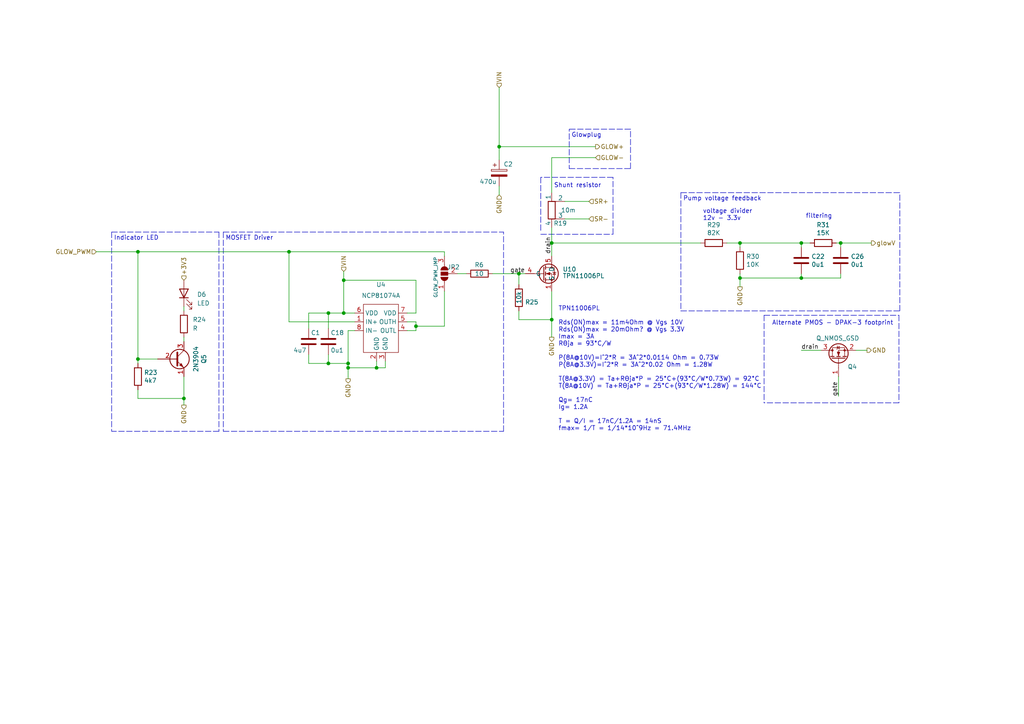
<source format=kicad_sch>
(kicad_sch (version 20211123) (generator eeschema)

  (uuid f73b8dd6-5627-4090-bd50-aaa7c01649ed)

  (paper "A4")

  (title_block
    (title "CDH_ECU")
    (date "2022-03-06")
    (rev "1.2.3")
    (company "Daniel Edwards")
    (comment 1 "Chinese Diesel Heater - modern ECU replacement")
  )

  (lib_symbols
    (symbol "Device:C" (pin_numbers hide) (pin_names (offset 0.254)) (in_bom yes) (on_board yes)
      (property "Reference" "C" (id 0) (at 0.635 2.54 0)
        (effects (font (size 1.27 1.27)) (justify left))
      )
      (property "Value" "C" (id 1) (at 0.635 -2.54 0)
        (effects (font (size 1.27 1.27)) (justify left))
      )
      (property "Footprint" "" (id 2) (at 0.9652 -3.81 0)
        (effects (font (size 1.27 1.27)) hide)
      )
      (property "Datasheet" "~" (id 3) (at 0 0 0)
        (effects (font (size 1.27 1.27)) hide)
      )
      (property "ki_keywords" "cap capacitor" (id 4) (at 0 0 0)
        (effects (font (size 1.27 1.27)) hide)
      )
      (property "ki_description" "Unpolarized capacitor" (id 5) (at 0 0 0)
        (effects (font (size 1.27 1.27)) hide)
      )
      (property "ki_fp_filters" "C_*" (id 6) (at 0 0 0)
        (effects (font (size 1.27 1.27)) hide)
      )
      (symbol "C_0_1"
        (polyline
          (pts
            (xy -2.032 -0.762)
            (xy 2.032 -0.762)
          )
          (stroke (width 0.508) (type default) (color 0 0 0 0))
          (fill (type none))
        )
        (polyline
          (pts
            (xy -2.032 0.762)
            (xy 2.032 0.762)
          )
          (stroke (width 0.508) (type default) (color 0 0 0 0))
          (fill (type none))
        )
      )
      (symbol "C_1_1"
        (pin passive line (at 0 3.81 270) (length 2.794)
          (name "~" (effects (font (size 1.27 1.27))))
          (number "1" (effects (font (size 1.27 1.27))))
        )
        (pin passive line (at 0 -3.81 90) (length 2.794)
          (name "~" (effects (font (size 1.27 1.27))))
          (number "2" (effects (font (size 1.27 1.27))))
        )
      )
    )
    (symbol "Device:C_Polarized" (pin_numbers hide) (pin_names (offset 0.254)) (in_bom yes) (on_board yes)
      (property "Reference" "C" (id 0) (at 0.635 2.54 0)
        (effects (font (size 1.27 1.27)) (justify left))
      )
      (property "Value" "C_Polarized" (id 1) (at 0.635 -2.54 0)
        (effects (font (size 1.27 1.27)) (justify left))
      )
      (property "Footprint" "" (id 2) (at 0.9652 -3.81 0)
        (effects (font (size 1.27 1.27)) hide)
      )
      (property "Datasheet" "~" (id 3) (at 0 0 0)
        (effects (font (size 1.27 1.27)) hide)
      )
      (property "ki_keywords" "cap capacitor" (id 4) (at 0 0 0)
        (effects (font (size 1.27 1.27)) hide)
      )
      (property "ki_description" "Polarized capacitor" (id 5) (at 0 0 0)
        (effects (font (size 1.27 1.27)) hide)
      )
      (property "ki_fp_filters" "CP_*" (id 6) (at 0 0 0)
        (effects (font (size 1.27 1.27)) hide)
      )
      (symbol "C_Polarized_0_1"
        (rectangle (start -2.286 0.508) (end 2.286 1.016)
          (stroke (width 0) (type default) (color 0 0 0 0))
          (fill (type none))
        )
        (polyline
          (pts
            (xy -1.778 2.286)
            (xy -0.762 2.286)
          )
          (stroke (width 0) (type default) (color 0 0 0 0))
          (fill (type none))
        )
        (polyline
          (pts
            (xy -1.27 2.794)
            (xy -1.27 1.778)
          )
          (stroke (width 0) (type default) (color 0 0 0 0))
          (fill (type none))
        )
        (rectangle (start 2.286 -0.508) (end -2.286 -1.016)
          (stroke (width 0) (type default) (color 0 0 0 0))
          (fill (type outline))
        )
      )
      (symbol "C_Polarized_1_1"
        (pin passive line (at 0 3.81 270) (length 2.794)
          (name "~" (effects (font (size 1.27 1.27))))
          (number "1" (effects (font (size 1.27 1.27))))
        )
        (pin passive line (at 0 -3.81 90) (length 2.794)
          (name "~" (effects (font (size 1.27 1.27))))
          (number "2" (effects (font (size 1.27 1.27))))
        )
      )
    )
    (symbol "Device:LED" (pin_numbers hide) (pin_names (offset 1.016) hide) (in_bom yes) (on_board yes)
      (property "Reference" "D" (id 0) (at 0 2.54 0)
        (effects (font (size 1.27 1.27)))
      )
      (property "Value" "LED" (id 1) (at 0 -2.54 0)
        (effects (font (size 1.27 1.27)))
      )
      (property "Footprint" "" (id 2) (at 0 0 0)
        (effects (font (size 1.27 1.27)) hide)
      )
      (property "Datasheet" "~" (id 3) (at 0 0 0)
        (effects (font (size 1.27 1.27)) hide)
      )
      (property "ki_keywords" "LED diode" (id 4) (at 0 0 0)
        (effects (font (size 1.27 1.27)) hide)
      )
      (property "ki_description" "Light emitting diode" (id 5) (at 0 0 0)
        (effects (font (size 1.27 1.27)) hide)
      )
      (property "ki_fp_filters" "LED* LED_SMD:* LED_THT:*" (id 6) (at 0 0 0)
        (effects (font (size 1.27 1.27)) hide)
      )
      (symbol "LED_0_1"
        (polyline
          (pts
            (xy -1.27 -1.27)
            (xy -1.27 1.27)
          )
          (stroke (width 0.254) (type default) (color 0 0 0 0))
          (fill (type none))
        )
        (polyline
          (pts
            (xy -1.27 0)
            (xy 1.27 0)
          )
          (stroke (width 0) (type default) (color 0 0 0 0))
          (fill (type none))
        )
        (polyline
          (pts
            (xy 1.27 -1.27)
            (xy 1.27 1.27)
            (xy -1.27 0)
            (xy 1.27 -1.27)
          )
          (stroke (width 0.254) (type default) (color 0 0 0 0))
          (fill (type none))
        )
        (polyline
          (pts
            (xy -3.048 -0.762)
            (xy -4.572 -2.286)
            (xy -3.81 -2.286)
            (xy -4.572 -2.286)
            (xy -4.572 -1.524)
          )
          (stroke (width 0) (type default) (color 0 0 0 0))
          (fill (type none))
        )
        (polyline
          (pts
            (xy -1.778 -0.762)
            (xy -3.302 -2.286)
            (xy -2.54 -2.286)
            (xy -3.302 -2.286)
            (xy -3.302 -1.524)
          )
          (stroke (width 0) (type default) (color 0 0 0 0))
          (fill (type none))
        )
      )
      (symbol "LED_1_1"
        (pin passive line (at -3.81 0 0) (length 2.54)
          (name "K" (effects (font (size 1.27 1.27))))
          (number "1" (effects (font (size 1.27 1.27))))
        )
        (pin passive line (at 3.81 0 180) (length 2.54)
          (name "A" (effects (font (size 1.27 1.27))))
          (number "2" (effects (font (size 1.27 1.27))))
        )
      )
    )
    (symbol "Device:Q_NMOS_GSD" (pin_names (offset 0) hide) (in_bom yes) (on_board yes)
      (property "Reference" "Q" (id 0) (at 5.08 1.27 0)
        (effects (font (size 1.27 1.27)) (justify left))
      )
      (property "Value" "Q_NMOS_GSD" (id 1) (at 5.08 -1.27 0)
        (effects (font (size 1.27 1.27)) (justify left))
      )
      (property "Footprint" "" (id 2) (at 5.08 2.54 0)
        (effects (font (size 1.27 1.27)) hide)
      )
      (property "Datasheet" "~" (id 3) (at 0 0 0)
        (effects (font (size 1.27 1.27)) hide)
      )
      (property "ki_keywords" "transistor NMOS N-MOS N-MOSFET" (id 4) (at 0 0 0)
        (effects (font (size 1.27 1.27)) hide)
      )
      (property "ki_description" "N-MOSFET transistor, gate/source/drain" (id 5) (at 0 0 0)
        (effects (font (size 1.27 1.27)) hide)
      )
      (symbol "Q_NMOS_GSD_0_1"
        (polyline
          (pts
            (xy 0.254 0)
            (xy -2.54 0)
          )
          (stroke (width 0) (type default) (color 0 0 0 0))
          (fill (type none))
        )
        (polyline
          (pts
            (xy 0.254 1.905)
            (xy 0.254 -1.905)
          )
          (stroke (width 0.254) (type default) (color 0 0 0 0))
          (fill (type none))
        )
        (polyline
          (pts
            (xy 0.762 -1.27)
            (xy 0.762 -2.286)
          )
          (stroke (width 0.254) (type default) (color 0 0 0 0))
          (fill (type none))
        )
        (polyline
          (pts
            (xy 0.762 0.508)
            (xy 0.762 -0.508)
          )
          (stroke (width 0.254) (type default) (color 0 0 0 0))
          (fill (type none))
        )
        (polyline
          (pts
            (xy 0.762 2.286)
            (xy 0.762 1.27)
          )
          (stroke (width 0.254) (type default) (color 0 0 0 0))
          (fill (type none))
        )
        (polyline
          (pts
            (xy 2.54 2.54)
            (xy 2.54 1.778)
          )
          (stroke (width 0) (type default) (color 0 0 0 0))
          (fill (type none))
        )
        (polyline
          (pts
            (xy 2.54 -2.54)
            (xy 2.54 0)
            (xy 0.762 0)
          )
          (stroke (width 0) (type default) (color 0 0 0 0))
          (fill (type none))
        )
        (polyline
          (pts
            (xy 0.762 -1.778)
            (xy 3.302 -1.778)
            (xy 3.302 1.778)
            (xy 0.762 1.778)
          )
          (stroke (width 0) (type default) (color 0 0 0 0))
          (fill (type none))
        )
        (polyline
          (pts
            (xy 1.016 0)
            (xy 2.032 0.381)
            (xy 2.032 -0.381)
            (xy 1.016 0)
          )
          (stroke (width 0) (type default) (color 0 0 0 0))
          (fill (type outline))
        )
        (polyline
          (pts
            (xy 2.794 0.508)
            (xy 2.921 0.381)
            (xy 3.683 0.381)
            (xy 3.81 0.254)
          )
          (stroke (width 0) (type default) (color 0 0 0 0))
          (fill (type none))
        )
        (polyline
          (pts
            (xy 3.302 0.381)
            (xy 2.921 -0.254)
            (xy 3.683 -0.254)
            (xy 3.302 0.381)
          )
          (stroke (width 0) (type default) (color 0 0 0 0))
          (fill (type none))
        )
        (circle (center 1.651 0) (radius 2.794)
          (stroke (width 0.254) (type default) (color 0 0 0 0))
          (fill (type none))
        )
        (circle (center 2.54 -1.778) (radius 0.254)
          (stroke (width 0) (type default) (color 0 0 0 0))
          (fill (type outline))
        )
        (circle (center 2.54 1.778) (radius 0.254)
          (stroke (width 0) (type default) (color 0 0 0 0))
          (fill (type outline))
        )
      )
      (symbol "Q_NMOS_GSD_1_1"
        (pin input line (at -5.08 0 0) (length 2.54)
          (name "G" (effects (font (size 1.27 1.27))))
          (number "1" (effects (font (size 1.27 1.27))))
        )
        (pin passive line (at 2.54 -5.08 90) (length 2.54)
          (name "S" (effects (font (size 1.27 1.27))))
          (number "2" (effects (font (size 1.27 1.27))))
        )
        (pin passive line (at 2.54 5.08 270) (length 2.54)
          (name "D" (effects (font (size 1.27 1.27))))
          (number "3" (effects (font (size 1.27 1.27))))
        )
      )
    )
    (symbol "Device:R" (pin_numbers hide) (pin_names (offset 0)) (in_bom yes) (on_board yes)
      (property "Reference" "R" (id 0) (at 2.032 0 90)
        (effects (font (size 1.27 1.27)))
      )
      (property "Value" "R" (id 1) (at 0 0 90)
        (effects (font (size 1.27 1.27)))
      )
      (property "Footprint" "" (id 2) (at -1.778 0 90)
        (effects (font (size 1.27 1.27)) hide)
      )
      (property "Datasheet" "~" (id 3) (at 0 0 0)
        (effects (font (size 1.27 1.27)) hide)
      )
      (property "ki_keywords" "R res resistor" (id 4) (at 0 0 0)
        (effects (font (size 1.27 1.27)) hide)
      )
      (property "ki_description" "Resistor" (id 5) (at 0 0 0)
        (effects (font (size 1.27 1.27)) hide)
      )
      (property "ki_fp_filters" "R_*" (id 6) (at 0 0 0)
        (effects (font (size 1.27 1.27)) hide)
      )
      (symbol "R_0_1"
        (rectangle (start -1.016 -2.54) (end 1.016 2.54)
          (stroke (width 0.254) (type default) (color 0 0 0 0))
          (fill (type none))
        )
      )
      (symbol "R_1_1"
        (pin passive line (at 0 3.81 270) (length 1.27)
          (name "~" (effects (font (size 1.27 1.27))))
          (number "1" (effects (font (size 1.27 1.27))))
        )
        (pin passive line (at 0 -3.81 90) (length 1.27)
          (name "~" (effects (font (size 1.27 1.27))))
          (number "2" (effects (font (size 1.27 1.27))))
        )
      )
    )
    (symbol "Device:R_Shunt" (pin_numbers hide) (pin_names (offset 0)) (in_bom yes) (on_board yes)
      (property "Reference" "R" (id 0) (at -4.445 0 90)
        (effects (font (size 1.27 1.27)))
      )
      (property "Value" "R_Shunt" (id 1) (at -2.54 0 90)
        (effects (font (size 1.27 1.27)))
      )
      (property "Footprint" "" (id 2) (at -1.778 0 90)
        (effects (font (size 1.27 1.27)) hide)
      )
      (property "Datasheet" "~" (id 3) (at 0 0 0)
        (effects (font (size 1.27 1.27)) hide)
      )
      (property "ki_keywords" "R res shunt resistor" (id 4) (at 0 0 0)
        (effects (font (size 1.27 1.27)) hide)
      )
      (property "ki_description" "Shunt resistor" (id 5) (at 0 0 0)
        (effects (font (size 1.27 1.27)) hide)
      )
      (property "ki_fp_filters" "R_*Shunt*" (id 6) (at 0 0 0)
        (effects (font (size 1.27 1.27)) hide)
      )
      (symbol "R_Shunt_0_1"
        (rectangle (start -1.016 -2.54) (end 1.016 2.54)
          (stroke (width 0.254) (type default) (color 0 0 0 0))
          (fill (type none))
        )
        (polyline
          (pts
            (xy 0 -2.54)
            (xy 1.27 -2.54)
          )
          (stroke (width 0) (type default) (color 0 0 0 0))
          (fill (type none))
        )
        (polyline
          (pts
            (xy 1.27 2.54)
            (xy 0 2.54)
          )
          (stroke (width 0) (type default) (color 0 0 0 0))
          (fill (type none))
        )
      )
      (symbol "R_Shunt_1_1"
        (pin passive line (at 0 5.08 270) (length 2.54)
          (name "1" (effects (font (size 1.27 1.27))))
          (number "1" (effects (font (size 1.27 1.27))))
        )
        (pin passive line (at 3.81 2.54 180) (length 2.54)
          (name "2" (effects (font (size 1.27 1.27))))
          (number "2" (effects (font (size 1.27 1.27))))
        )
        (pin passive line (at 3.81 -2.54 180) (length 2.54)
          (name "3" (effects (font (size 1.27 1.27))))
          (number "3" (effects (font (size 1.27 1.27))))
        )
        (pin passive line (at 0 -5.08 90) (length 2.54)
          (name "4" (effects (font (size 1.27 1.27))))
          (number "4" (effects (font (size 1.27 1.27))))
        )
      )
    )
    (symbol "Driver_FET:NCP81074A" (in_bom yes) (on_board yes)
      (property "Reference" "U" (id 0) (at 0 0 0)
        (effects (font (size 1.27 1.27)))
      )
      (property "Value" "NCP81074A" (id 1) (at 0 -2.54 0)
        (effects (font (size 1.27 1.27)))
      )
      (property "Footprint" "Package_SO:SOIC-8_3.9x4.9mm_P1.27mm" (id 2) (at 0 0 0)
        (effects (font (size 1.27 1.27)) hide)
      )
      (property "Datasheet" "https://www.mouser.fi/datasheet/2/308/1/NCP81074_D-2317499.pdf" (id 3) (at 0 0 0)
        (effects (font (size 1.27 1.27)) hide)
      )
      (symbol "NCP81074A_0_1"
        (rectangle (start -5.08 -3.81) (end 5.08 -17.78)
          (stroke (width 0) (type default) (color 0 0 0 0))
          (fill (type none))
        )
      )
      (symbol "NCP81074A_1_1"
        (pin input line (at -7.62 -8.89 0) (length 2.54)
          (name "IN+" (effects (font (size 1.27 1.27))))
          (number "1" (effects (font (size 1.27 1.27))))
        )
        (pin input line (at -1.27 -20.32 90) (length 2.54)
          (name "GND" (effects (font (size 1.27 1.27))))
          (number "2" (effects (font (size 1.27 1.27))))
        )
        (pin input line (at 1.27 -20.32 90) (length 2.54)
          (name "GND" (effects (font (size 1.27 1.27))))
          (number "3" (effects (font (size 1.27 1.27))))
        )
        (pin input line (at 7.62 -11.43 180) (length 2.54)
          (name "OUTL" (effects (font (size 1.27 1.27))))
          (number "4" (effects (font (size 1.27 1.27))))
        )
        (pin input line (at 7.62 -8.89 180) (length 2.54)
          (name "OUTH" (effects (font (size 1.27 1.27))))
          (number "5" (effects (font (size 1.27 1.27))))
        )
        (pin input line (at -7.62 -6.35 0) (length 2.54)
          (name "VDD" (effects (font (size 1.27 1.27))))
          (number "6" (effects (font (size 1.27 1.27))))
        )
        (pin input line (at 7.62 -6.35 180) (length 2.54)
          (name "VDD" (effects (font (size 1.27 1.27))))
          (number "7" (effects (font (size 1.27 1.27))))
        )
        (pin input line (at -7.62 -11.43 0) (length 2.54)
          (name "IN-" (effects (font (size 1.27 1.27))))
          (number "8" (effects (font (size 1.27 1.27))))
        )
      )
    )
    (symbol "Jumper:SolderJumper_3_Open" (pin_names (offset 0) hide) (in_bom yes) (on_board yes)
      (property "Reference" "JP" (id 0) (at -2.54 -2.54 0)
        (effects (font (size 1.27 1.27)))
      )
      (property "Value" "SolderJumper_3_Open" (id 1) (at 0 2.794 0)
        (effects (font (size 1.27 1.27)))
      )
      (property "Footprint" "" (id 2) (at 0 0 0)
        (effects (font (size 1.27 1.27)) hide)
      )
      (property "Datasheet" "~" (id 3) (at 0 0 0)
        (effects (font (size 1.27 1.27)) hide)
      )
      (property "ki_keywords" "Solder Jumper SPDT" (id 4) (at 0 0 0)
        (effects (font (size 1.27 1.27)) hide)
      )
      (property "ki_description" "Solder Jumper, 3-pole, open" (id 5) (at 0 0 0)
        (effects (font (size 1.27 1.27)) hide)
      )
      (property "ki_fp_filters" "SolderJumper*Open*" (id 6) (at 0 0 0)
        (effects (font (size 1.27 1.27)) hide)
      )
      (symbol "SolderJumper_3_Open_0_1"
        (arc (start -1.016 1.016) (mid -2.032 0) (end -1.016 -1.016)
          (stroke (width 0) (type default) (color 0 0 0 0))
          (fill (type none))
        )
        (arc (start -1.016 1.016) (mid -2.032 0) (end -1.016 -1.016)
          (stroke (width 0) (type default) (color 0 0 0 0))
          (fill (type outline))
        )
        (rectangle (start -0.508 1.016) (end 0.508 -1.016)
          (stroke (width 0) (type default) (color 0 0 0 0))
          (fill (type outline))
        )
        (polyline
          (pts
            (xy -2.54 0)
            (xy -2.032 0)
          )
          (stroke (width 0) (type default) (color 0 0 0 0))
          (fill (type none))
        )
        (polyline
          (pts
            (xy -1.016 1.016)
            (xy -1.016 -1.016)
          )
          (stroke (width 0) (type default) (color 0 0 0 0))
          (fill (type none))
        )
        (polyline
          (pts
            (xy 0 -1.27)
            (xy 0 -1.016)
          )
          (stroke (width 0) (type default) (color 0 0 0 0))
          (fill (type none))
        )
        (polyline
          (pts
            (xy 1.016 1.016)
            (xy 1.016 -1.016)
          )
          (stroke (width 0) (type default) (color 0 0 0 0))
          (fill (type none))
        )
        (polyline
          (pts
            (xy 2.54 0)
            (xy 2.032 0)
          )
          (stroke (width 0) (type default) (color 0 0 0 0))
          (fill (type none))
        )
        (arc (start 1.016 -1.016) (mid 2.032 0) (end 1.016 1.016)
          (stroke (width 0) (type default) (color 0 0 0 0))
          (fill (type none))
        )
        (arc (start 1.016 -1.016) (mid 2.032 0) (end 1.016 1.016)
          (stroke (width 0) (type default) (color 0 0 0 0))
          (fill (type outline))
        )
      )
      (symbol "SolderJumper_3_Open_1_1"
        (pin passive line (at -5.08 0 0) (length 2.54)
          (name "A" (effects (font (size 1.27 1.27))))
          (number "1" (effects (font (size 1.27 1.27))))
        )
        (pin input line (at 0 -3.81 90) (length 2.54)
          (name "C" (effects (font (size 1.27 1.27))))
          (number "2" (effects (font (size 1.27 1.27))))
        )
        (pin passive line (at 5.08 0 180) (length 2.54)
          (name "B" (effects (font (size 1.27 1.27))))
          (number "3" (effects (font (size 1.27 1.27))))
        )
      )
    )
    (symbol "Transistor_BJT:2N3904" (pin_names (offset 0) hide) (in_bom yes) (on_board yes)
      (property "Reference" "Q" (id 0) (at 5.08 1.905 0)
        (effects (font (size 1.27 1.27)) (justify left))
      )
      (property "Value" "2N3904" (id 1) (at 5.08 0 0)
        (effects (font (size 1.27 1.27)) (justify left))
      )
      (property "Footprint" "Package_TO_SOT_THT:TO-92_Inline" (id 2) (at 5.08 -1.905 0)
        (effects (font (size 1.27 1.27) italic) (justify left) hide)
      )
      (property "Datasheet" "https://www.onsemi.com/pub/Collateral/2N3903-D.PDF" (id 3) (at 0 0 0)
        (effects (font (size 1.27 1.27)) (justify left) hide)
      )
      (property "ki_keywords" "NPN Transistor" (id 4) (at 0 0 0)
        (effects (font (size 1.27 1.27)) hide)
      )
      (property "ki_description" "0.2A Ic, 40V Vce, Small Signal NPN Transistor, TO-92" (id 5) (at 0 0 0)
        (effects (font (size 1.27 1.27)) hide)
      )
      (property "ki_fp_filters" "TO?92*" (id 6) (at 0 0 0)
        (effects (font (size 1.27 1.27)) hide)
      )
      (symbol "2N3904_0_1"
        (polyline
          (pts
            (xy 0.635 0.635)
            (xy 2.54 2.54)
          )
          (stroke (width 0) (type default) (color 0 0 0 0))
          (fill (type none))
        )
        (polyline
          (pts
            (xy 0.635 -0.635)
            (xy 2.54 -2.54)
            (xy 2.54 -2.54)
          )
          (stroke (width 0) (type default) (color 0 0 0 0))
          (fill (type none))
        )
        (polyline
          (pts
            (xy 0.635 1.905)
            (xy 0.635 -1.905)
            (xy 0.635 -1.905)
          )
          (stroke (width 0.508) (type default) (color 0 0 0 0))
          (fill (type none))
        )
        (polyline
          (pts
            (xy 1.27 -1.778)
            (xy 1.778 -1.27)
            (xy 2.286 -2.286)
            (xy 1.27 -1.778)
            (xy 1.27 -1.778)
          )
          (stroke (width 0) (type default) (color 0 0 0 0))
          (fill (type outline))
        )
        (circle (center 1.27 0) (radius 2.8194)
          (stroke (width 0.254) (type default) (color 0 0 0 0))
          (fill (type none))
        )
      )
      (symbol "2N3904_1_1"
        (pin passive line (at 2.54 -5.08 90) (length 2.54)
          (name "E" (effects (font (size 1.27 1.27))))
          (number "1" (effects (font (size 1.27 1.27))))
        )
        (pin passive line (at -5.08 0 0) (length 5.715)
          (name "B" (effects (font (size 1.27 1.27))))
          (number "2" (effects (font (size 1.27 1.27))))
        )
        (pin passive line (at 2.54 5.08 270) (length 2.54)
          (name "C" (effects (font (size 1.27 1.27))))
          (number "3" (effects (font (size 1.27 1.27))))
        )
      )
    )
    (symbol "Transistor_FET:TPN11006PL" (in_bom yes) (on_board yes)
      (property "Reference" "U" (id 0) (at 0 0 0)
        (effects (font (size 1.27 1.27)))
      )
      (property "Value" "TPN11006PL" (id 1) (at 0 -2.54 0)
        (effects (font (size 1.27 1.27)))
      )
      (property "Footprint" "Package_SON:VSON-8_3.3x3.3mm_P0.65mm_NexFET" (id 2) (at 0 0 0)
        (effects (font (size 1.27 1.27)) hide)
      )
      (property "Datasheet" "https://www.mouser.fi/datasheet/2/408/TPN11006PL_datasheet_en_20160920-1568578.pdf" (id 3) (at 0 0 0)
        (effects (font (size 1.27 1.27)) hide)
      )
      (symbol "TPN11006PL_0_1"
        (polyline
          (pts
            (xy 0.254 -8.89)
            (xy -2.54 -8.89)
          )
          (stroke (width 0) (type default) (color 0 0 0 0))
          (fill (type none))
        )
        (polyline
          (pts
            (xy 0.254 -6.985)
            (xy 0.254 -10.795)
          )
          (stroke (width 0.254) (type default) (color 0 0 0 0))
          (fill (type none))
        )
        (polyline
          (pts
            (xy 0.762 -10.16)
            (xy 0.762 -11.176)
          )
          (stroke (width 0.254) (type default) (color 0 0 0 0))
          (fill (type none))
        )
        (polyline
          (pts
            (xy 0.762 -8.382)
            (xy 0.762 -9.398)
          )
          (stroke (width 0.254) (type default) (color 0 0 0 0))
          (fill (type none))
        )
        (polyline
          (pts
            (xy 0.762 -6.604)
            (xy 0.762 -7.62)
          )
          (stroke (width 0.254) (type default) (color 0 0 0 0))
          (fill (type none))
        )
        (polyline
          (pts
            (xy 2.54 -6.35)
            (xy 2.54 -7.112)
          )
          (stroke (width 0) (type default) (color 0 0 0 0))
          (fill (type none))
        )
        (polyline
          (pts
            (xy 2.54 -11.43)
            (xy 2.54 -8.89)
            (xy 0.762 -8.89)
          )
          (stroke (width 0) (type default) (color 0 0 0 0))
          (fill (type none))
        )
        (polyline
          (pts
            (xy 0.762 -10.668)
            (xy 3.302 -10.668)
            (xy 3.302 -7.112)
            (xy 0.762 -7.112)
          )
          (stroke (width 0) (type default) (color 0 0 0 0))
          (fill (type none))
        )
        (polyline
          (pts
            (xy 1.016 -8.89)
            (xy 2.032 -8.509)
            (xy 2.032 -9.271)
            (xy 1.016 -8.89)
          )
          (stroke (width 0) (type default) (color 0 0 0 0))
          (fill (type outline))
        )
        (polyline
          (pts
            (xy 2.794 -8.382)
            (xy 2.921 -8.509)
            (xy 3.683 -8.509)
            (xy 3.81 -8.636)
          )
          (stroke (width 0) (type default) (color 0 0 0 0))
          (fill (type none))
        )
        (polyline
          (pts
            (xy 3.302 -8.509)
            (xy 2.921 -9.144)
            (xy 3.683 -9.144)
            (xy 3.302 -8.509)
          )
          (stroke (width 0) (type default) (color 0 0 0 0))
          (fill (type none))
        )
        (circle (center 1.651 -8.89) (radius 2.794)
          (stroke (width 0.254) (type default) (color 0 0 0 0))
          (fill (type none))
        )
        (circle (center 2.54 -10.668) (radius 0.254)
          (stroke (width 0) (type default) (color 0 0 0 0))
          (fill (type outline))
        )
        (circle (center 2.54 -7.112) (radius 0.254)
          (stroke (width 0) (type default) (color 0 0 0 0))
          (fill (type outline))
        )
      )
      (symbol "TPN11006PL_1_1"
        (pin passive line (at 2.54 -13.97 90) (length 2.54)
          (name "S" (effects (font (size 1.27 1.27))))
          (number "1" (effects (font (size 1.27 1.27))))
        )
        (pin passive line (at 2.54 -13.97 90) (length 2.54) hide
          (name "S" (effects (font (size 1.27 1.27))))
          (number "2" (effects (font (size 1.27 1.27))))
        )
        (pin passive line (at 2.54 -13.97 90) (length 2.54) hide
          (name "S" (effects (font (size 1.27 1.27))))
          (number "3" (effects (font (size 1.27 1.27))))
        )
        (pin passive line (at -5.08 -8.89 0) (length 2.54)
          (name "G" (effects (font (size 1.27 1.27))))
          (number "4" (effects (font (size 1.27 1.27))))
        )
        (pin passive line (at 2.54 -3.81 270) (length 2.54)
          (name "D" (effects (font (size 1.27 1.27))))
          (number "5" (effects (font (size 1.27 1.27))))
        )
      )
    )
  )

  (junction (at 100.965 105.41) (diameter 0) (color 0 0 0 0)
    (uuid 02955f42-aa17-4c90-80d0-5a363130145a)
  )
  (junction (at 99.695 90.805) (diameter 0) (color 0 0 0 0)
    (uuid 096b08f2-73b2-49a1-8120-a6289e10e462)
  )
  (junction (at 83.82 73.025) (diameter 0) (color 0 0 0 0)
    (uuid 1d3d1e7a-b71f-4560-9266-0c028be399f7)
  )
  (junction (at 214.63 70.485) (diameter 0) (color 0 0 0 0)
    (uuid 204c47ef-6233-49e0-a6b1-2870eb91220a)
  )
  (junction (at 160.02 70.485) (diameter 0) (color 0 0 0 0)
    (uuid 29a461fe-6c2a-40ea-850f-d26e36cc8292)
  )
  (junction (at 100.965 106.68) (diameter 0) (color 0 0 0 0)
    (uuid 2f4bfb7a-88f7-459f-99c0-08dfc499ac79)
  )
  (junction (at 95.25 90.805) (diameter 0) (color 0 0 0 0)
    (uuid 3e02f678-c9e6-4016-a86b-9a3827cd2c15)
  )
  (junction (at 40.005 104.14) (diameter 0) (color 0 0 0 0)
    (uuid 619fe6df-e735-4ef7-9059-991f16b29623)
  )
  (junction (at 160.02 92.71) (diameter 0) (color 0 0 0 0)
    (uuid 63293a3c-dd2e-4666-8fbb-ef3237b20d6c)
  )
  (junction (at 232.41 80.645) (diameter 0) (color 0 0 0 0)
    (uuid 67cbce1b-67fc-4ed0-acc4-f3afe6319b6c)
  )
  (junction (at 144.78 42.545) (diameter 0) (color 0 0 0 0)
    (uuid 80484214-a453-466f-bf99-35f5abd3635d)
  )
  (junction (at 150.495 79.375) (diameter 0) (color 0 0 0 0)
    (uuid 83ee9de3-53ee-49b9-9fee-ff47472b0d4b)
  )
  (junction (at 99.695 81.28) (diameter 0) (color 0 0 0 0)
    (uuid 88b4caf2-c87b-417a-9519-ec06b716aaa2)
  )
  (junction (at 95.25 105.41) (diameter 0) (color 0 0 0 0)
    (uuid 91f51700-782a-45cf-bfd6-f2e9c95b005d)
  )
  (junction (at 243.84 70.485) (diameter 0) (color 0 0 0 0)
    (uuid 9bdc14ee-cff2-47ee-b0ac-ddc72ca829b3)
  )
  (junction (at 232.41 70.485) (diameter 0) (color 0 0 0 0)
    (uuid ac3c5caf-68a9-4abf-968b-134ba29a9d9b)
  )
  (junction (at 109.22 106.68) (diameter 0) (color 0 0 0 0)
    (uuid b28a10da-a3d9-432c-80a3-f5f025470e77)
  )
  (junction (at 214.63 80.645) (diameter 0) (color 0 0 0 0)
    (uuid ce9e5a34-9c21-41dc-b78f-9ab95f907acc)
  )
  (junction (at 53.34 115.57) (diameter 0) (color 0 0 0 0)
    (uuid db2ec877-82eb-422b-9136-37de4ef88940)
  )
  (junction (at 120.65 94.615) (diameter 0) (color 0 0 0 0)
    (uuid e1781371-176b-40e3-aa1d-2ff041b7f48e)
  )
  (junction (at 40.005 73.025) (diameter 0) (color 0 0 0 0)
    (uuid ee1e542f-c8dd-4110-9594-be76a77e597f)
  )

  (wire (pts (xy 214.63 79.375) (xy 214.63 80.645))
    (stroke (width 0) (type default) (color 0 0 0 0))
    (uuid 00e98887-1e32-4f9f-babf-73fb6a05ec7a)
  )
  (wire (pts (xy 102.87 93.345) (xy 83.82 93.345))
    (stroke (width 0) (type default) (color 0 0 0 0))
    (uuid 0253e222-3cd2-453f-a6ee-35edc648b84b)
  )
  (wire (pts (xy 242.57 70.485) (xy 243.84 70.485))
    (stroke (width 0) (type default) (color 0 0 0 0))
    (uuid 0300fa93-37da-4799-b624-81e43438ab02)
  )
  (wire (pts (xy 232.41 80.645) (xy 243.84 80.645))
    (stroke (width 0) (type default) (color 0 0 0 0))
    (uuid 043688aa-195f-4bfa-b814-242b4d54d5a0)
  )
  (polyline (pts (xy 197.485 55.88) (xy 260.985 55.88))
    (stroke (width 0) (type default) (color 0 0 0 0))
    (uuid 07e3d4fb-299a-41b5-a557-558581662c50)
  )
  (polyline (pts (xy 260.731 116.84) (xy 221.615 116.84))
    (stroke (width 0) (type default) (color 0 0 0 0))
    (uuid 084586cf-24f2-46fb-b044-7c93e3c3f538)
  )

  (wire (pts (xy 248.285 101.6) (xy 251.46 101.6))
    (stroke (width 0) (type default) (color 0 0 0 0))
    (uuid 0881572c-4c06-4c9f-95c9-e23856dd5c7d)
  )
  (wire (pts (xy 243.84 79.375) (xy 243.84 80.645))
    (stroke (width 0) (type default) (color 0 0 0 0))
    (uuid 0c94327b-da2f-4f86-a650-5a6bdf934a9f)
  )
  (wire (pts (xy 100.965 95.885) (xy 100.965 105.41))
    (stroke (width 0) (type default) (color 0 0 0 0))
    (uuid 0cbb9066-0115-4685-9f5f-8b9c2236829a)
  )
  (wire (pts (xy 40.005 104.14) (xy 45.72 104.14))
    (stroke (width 0) (type default) (color 0 0 0 0))
    (uuid 13cfa8e7-f1ae-487b-93f0-c062d1f9541a)
  )
  (wire (pts (xy 111.76 104.775) (xy 111.76 106.68))
    (stroke (width 0) (type default) (color 0 0 0 0))
    (uuid 1b90ed4a-cf76-4bd9-ac7b-0e5460b8e4e1)
  )
  (wire (pts (xy 100.965 105.41) (xy 100.965 106.68))
    (stroke (width 0) (type default) (color 0 0 0 0))
    (uuid 1da44a97-3cc1-49ee-b31e-33bbb794d354)
  )
  (polyline (pts (xy 165.1 37.465) (xy 165.1 38.1))
    (stroke (width 0) (type default) (color 0 0 0 0))
    (uuid 1fbae342-57ba-42d1-a5dc-7c2c423ef543)
  )

  (wire (pts (xy 53.34 115.57) (xy 53.34 109.22))
    (stroke (width 0) (type default) (color 0 0 0 0))
    (uuid 224ebb69-3745-49f8-b0b7-513969cc3e18)
  )
  (polyline (pts (xy 221.615 91.44) (xy 221.615 116.84))
    (stroke (width 0) (type default) (color 0 0 0 0))
    (uuid 2411b2a4-5a8b-4c7c-a274-31dd089e1398)
  )

  (wire (pts (xy 150.495 79.375) (xy 152.4 79.375))
    (stroke (width 0) (type default) (color 0 0 0 0))
    (uuid 25e6f211-2707-4909-a804-3caddda05c77)
  )
  (polyline (pts (xy 32.385 67.31) (xy 63.5 67.31))
    (stroke (width 0) (type default) (color 0 0 0 0))
    (uuid 27bc65d3-f8cd-4732-b0d3-8ed773210ec3)
  )

  (wire (pts (xy 53.34 97.79) (xy 53.34 99.06))
    (stroke (width 0) (type default) (color 0 0 0 0))
    (uuid 29805794-0e17-4ba9-bdaf-c094c7659160)
  )
  (wire (pts (xy 214.63 70.485) (xy 232.41 70.485))
    (stroke (width 0) (type default) (color 0 0 0 0))
    (uuid 2aa5faa2-4e1a-4501-a558-481be11028c3)
  )
  (polyline (pts (xy 64.77 125.095) (xy 146.05 125.095))
    (stroke (width 0) (type default) (color 0 0 0 0))
    (uuid 33159a1c-9ae4-44bf-ad9d-5f61b4fa3df6)
  )

  (wire (pts (xy 214.63 80.645) (xy 214.63 83.185))
    (stroke (width 0) (type default) (color 0 0 0 0))
    (uuid 36b8e83c-6584-45b6-9628-9a399f9f9ed8)
  )
  (wire (pts (xy 95.25 102.87) (xy 95.25 105.41))
    (stroke (width 0) (type default) (color 0 0 0 0))
    (uuid 385bfcab-5698-4005-9cd1-87fc9896fb60)
  )
  (wire (pts (xy 118.11 90.805) (xy 120.65 90.805))
    (stroke (width 0) (type default) (color 0 0 0 0))
    (uuid 39ca3b13-6082-492a-a491-295dcf379b66)
  )
  (wire (pts (xy 120.65 94.615) (xy 128.905 94.615))
    (stroke (width 0) (type default) (color 0 0 0 0))
    (uuid 3b871ffd-354a-4fdb-b049-a89faee65c41)
  )
  (polyline (pts (xy 197.485 90.17) (xy 260.985 90.17))
    (stroke (width 0) (type default) (color 0 0 0 0))
    (uuid 3e57c904-3ce2-4506-9388-b94fa28b9224)
  )

  (wire (pts (xy 118.11 93.345) (xy 120.65 93.345))
    (stroke (width 0) (type default) (color 0 0 0 0))
    (uuid 3f9a9344-9ac1-4f78-b381-7b54ba8d9ac5)
  )
  (wire (pts (xy 83.82 93.345) (xy 83.82 73.025))
    (stroke (width 0) (type default) (color 0 0 0 0))
    (uuid 417a679c-6ebd-47fb-b4bd-db0448f41827)
  )
  (wire (pts (xy 132.715 79.375) (xy 135.255 79.375))
    (stroke (width 0) (type default) (color 0 0 0 0))
    (uuid 4185dcc8-f352-4cb3-aba7-335c41094f70)
  )
  (polyline (pts (xy 260.985 90.17) (xy 260.985 55.88))
    (stroke (width 0) (type default) (color 0 0 0 0))
    (uuid 41951a55-d858-4fcc-95f8-7fe2d5b8c569)
  )

  (wire (pts (xy 160.02 66.04) (xy 160.02 70.485))
    (stroke (width 0) (type default) (color 0 0 0 0))
    (uuid 45f2ac01-af10-4709-9d6e-99e4be990be0)
  )
  (wire (pts (xy 160.02 45.72) (xy 172.72 45.72))
    (stroke (width 0) (type default) (color 0 0 0 0))
    (uuid 47535ce2-edf7-4ecd-8d21-88f67be48204)
  )
  (wire (pts (xy 95.25 105.41) (xy 100.965 105.41))
    (stroke (width 0) (type default) (color 0 0 0 0))
    (uuid 4794bf05-1317-4778-b699-3224703183d3)
  )
  (wire (pts (xy 83.82 73.025) (xy 40.005 73.025))
    (stroke (width 0) (type default) (color 0 0 0 0))
    (uuid 4a3fc862-687c-4948-9b50-9a1f7a4bd0b7)
  )
  (polyline (pts (xy 156.845 51.435) (xy 156.845 67.31))
    (stroke (width 0) (type default) (color 0 0 0 0))
    (uuid 4a68de7d-03c7-49c0-bc32-d39f6d3bc354)
  )

  (wire (pts (xy 128.905 84.455) (xy 128.905 94.615))
    (stroke (width 0) (type default) (color 0 0 0 0))
    (uuid 4cca74f2-7b77-4e03-84b7-77ceb80953a4)
  )
  (wire (pts (xy 120.65 94.615) (xy 120.65 95.885))
    (stroke (width 0) (type default) (color 0 0 0 0))
    (uuid 4d1c2252-735d-46f0-aaa9-76f215eca44f)
  )
  (wire (pts (xy 89.535 90.805) (xy 89.535 95.25))
    (stroke (width 0) (type default) (color 0 0 0 0))
    (uuid 4dba1006-3611-4d18-82bd-6b1277be3d7d)
  )
  (wire (pts (xy 232.41 71.755) (xy 232.41 70.485))
    (stroke (width 0) (type default) (color 0 0 0 0))
    (uuid 4dcf3660-4f32-493b-a448-060a0bda66ec)
  )
  (wire (pts (xy 144.78 42.545) (xy 172.72 42.545))
    (stroke (width 0) (type default) (color 0 0 0 0))
    (uuid 4dfe5b4d-506b-43bd-867e-907c7b79d7f6)
  )
  (wire (pts (xy 95.25 90.805) (xy 99.695 90.805))
    (stroke (width 0) (type default) (color 0 0 0 0))
    (uuid 51e6ea0c-a910-4432-8082-746ac4e50a05)
  )
  (wire (pts (xy 99.695 81.28) (xy 99.695 90.805))
    (stroke (width 0) (type default) (color 0 0 0 0))
    (uuid 54b0f8bc-cc9b-4ebc-9b85-55049164a571)
  )
  (wire (pts (xy 243.84 71.755) (xy 243.84 70.485))
    (stroke (width 0) (type default) (color 0 0 0 0))
    (uuid 595d626f-5ae3-4cb0-8ab4-93f99c6ab014)
  )
  (wire (pts (xy 160.02 70.485) (xy 160.02 74.295))
    (stroke (width 0) (type default) (color 0 0 0 0))
    (uuid 5bc2127b-2fb2-49cf-9c0f-852648a5a354)
  )
  (wire (pts (xy 144.78 25.4) (xy 144.78 42.545))
    (stroke (width 0) (type default) (color 0 0 0 0))
    (uuid 5f76fb1b-b2cc-4ad8-8dcd-df8356dabc2b)
  )
  (polyline (pts (xy 64.77 67.31) (xy 64.77 125.095))
    (stroke (width 0) (type default) (color 0 0 0 0))
    (uuid 603ece14-7658-4c36-bf17-f90e9549dc57)
  )
  (polyline (pts (xy 177.8 67.945) (xy 177.8 51.435))
    (stroke (width 0) (type default) (color 0 0 0 0))
    (uuid 62069c0f-75c7-49fa-95d8-5e0dea8bb131)
  )
  (polyline (pts (xy 165.1 38.735) (xy 165.1 48.895))
    (stroke (width 0) (type default) (color 0 0 0 0))
    (uuid 625a5f5a-7935-444e-af8b-1adad5d67064)
  )

  (wire (pts (xy 102.87 95.885) (xy 100.965 95.885))
    (stroke (width 0) (type default) (color 0 0 0 0))
    (uuid 643aec18-e8f3-43cf-b9b7-a7b60c55734a)
  )
  (wire (pts (xy 111.76 106.68) (xy 109.22 106.68))
    (stroke (width 0) (type default) (color 0 0 0 0))
    (uuid 6588896e-7467-47ad-90b0-3da84026500f)
  )
  (wire (pts (xy 232.41 101.6) (xy 238.125 101.6))
    (stroke (width 0) (type default) (color 0 0 0 0))
    (uuid 6912a76e-f933-45c1-8d3d-52e3894f1933)
  )
  (wire (pts (xy 120.65 95.885) (xy 118.11 95.885))
    (stroke (width 0) (type default) (color 0 0 0 0))
    (uuid 69608fe0-0af6-49af-8750-ac3e29a3f4c2)
  )
  (wire (pts (xy 89.535 105.41) (xy 95.25 105.41))
    (stroke (width 0) (type default) (color 0 0 0 0))
    (uuid 6b3d3de7-613d-485c-95f6-be767b310142)
  )
  (wire (pts (xy 109.22 104.775) (xy 109.22 106.68))
    (stroke (width 0) (type default) (color 0 0 0 0))
    (uuid 6bdc9aae-e295-4e18-b18d-f9241ad24224)
  )
  (polyline (pts (xy 177.8 51.435) (xy 156.845 51.435))
    (stroke (width 0) (type default) (color 0 0 0 0))
    (uuid 6eb6b66b-4d2f-413c-9b2b-b15e3e0bc08c)
  )

  (wire (pts (xy 40.005 115.57) (xy 53.34 115.57))
    (stroke (width 0) (type default) (color 0 0 0 0))
    (uuid 6ef96e51-b41e-4cc3-9603-52b74e89f62b)
  )
  (wire (pts (xy 100.965 106.68) (xy 100.965 109.855))
    (stroke (width 0) (type default) (color 0 0 0 0))
    (uuid 713f1a36-a700-40ae-80f6-f10d365b72f0)
  )
  (wire (pts (xy 232.41 70.485) (xy 234.95 70.485))
    (stroke (width 0) (type default) (color 0 0 0 0))
    (uuid 7564dd74-5d7e-47b9-b279-3b1a204ff61a)
  )
  (polyline (pts (xy 260.731 91.44) (xy 260.731 116.84))
    (stroke (width 0) (type default) (color 0 0 0 0))
    (uuid 764a795c-43c5-421b-ad0c-840f8ad322f9)
  )

  (wire (pts (xy 120.65 81.28) (xy 99.695 81.28))
    (stroke (width 0) (type default) (color 0 0 0 0))
    (uuid 799620fb-e829-4576-9a60-18e6c880ef3a)
  )
  (wire (pts (xy 40.005 73.025) (xy 40.005 104.14))
    (stroke (width 0) (type default) (color 0 0 0 0))
    (uuid 81770b40-9dfe-440f-9b6f-bd42fd8fae55)
  )
  (wire (pts (xy 128.905 73.025) (xy 83.82 73.025))
    (stroke (width 0) (type default) (color 0 0 0 0))
    (uuid 84904819-0f0f-4dd1-b9dc-0a5f8c4eb900)
  )
  (polyline (pts (xy 63.5 67.31) (xy 63.5 125.095))
    (stroke (width 0) (type default) (color 0 0 0 0))
    (uuid 8617ded1-d51b-4b72-986b-e85190777f19)
  )

  (wire (pts (xy 128.905 74.295) (xy 128.905 73.025))
    (stroke (width 0) (type default) (color 0 0 0 0))
    (uuid 86215e9b-ccd6-41e9-b077-5261ac911083)
  )
  (wire (pts (xy 95.25 90.805) (xy 95.25 95.25))
    (stroke (width 0) (type default) (color 0 0 0 0))
    (uuid 864cc106-316f-4352-a8c6-8b1200dbae47)
  )
  (wire (pts (xy 150.495 79.375) (xy 150.495 82.55))
    (stroke (width 0) (type default) (color 0 0 0 0))
    (uuid 880215a4-9490-4bde-97f4-cd935955b726)
  )
  (wire (pts (xy 109.22 106.68) (xy 100.965 106.68))
    (stroke (width 0) (type default) (color 0 0 0 0))
    (uuid 897d475c-f39b-4625-8d19-1e868936f45b)
  )
  (polyline (pts (xy 64.77 67.31) (xy 146.05 67.31))
    (stroke (width 0) (type default) (color 0 0 0 0))
    (uuid 8aeb1a91-ccad-451b-bc34-94ff0ef84852)
  )
  (polyline (pts (xy 182.88 48.895) (xy 182.88 37.465))
    (stroke (width 0) (type default) (color 0 0 0 0))
    (uuid 8b25d898-2bed-4c40-8cd6-b18e202450be)
  )
  (polyline (pts (xy 221.615 91.44) (xy 260.731 91.44))
    (stroke (width 0) (type default) (color 0 0 0 0))
    (uuid 8d3207a7-6e96-439a-af8d-7ec9f36fad72)
  )

  (wire (pts (xy 160.02 92.71) (xy 160.02 97.79))
    (stroke (width 0) (type default) (color 0 0 0 0))
    (uuid 96251f2b-c61e-4df6-a1a5-981ad92aa8c8)
  )
  (polyline (pts (xy 165.1 48.895) (xy 182.88 48.895))
    (stroke (width 0) (type default) (color 0 0 0 0))
    (uuid 97b2ff90-8111-4db2-93dc-5ded07fdeeca)
  )

  (wire (pts (xy 142.875 79.375) (xy 150.495 79.375))
    (stroke (width 0) (type default) (color 0 0 0 0))
    (uuid 9ec710d4-670f-40c0-acfc-d7c85c36ad9a)
  )
  (wire (pts (xy 163.83 63.5) (xy 170.815 63.5))
    (stroke (width 0) (type default) (color 0 0 0 0))
    (uuid 9ed437ba-5e7b-4bed-bf43-e41fa71b4bdb)
  )
  (wire (pts (xy 53.34 88.9) (xy 53.34 90.17))
    (stroke (width 0) (type default) (color 0 0 0 0))
    (uuid a148e540-ca28-48e3-9323-222476b48b11)
  )
  (wire (pts (xy 150.495 90.17) (xy 150.495 92.71))
    (stroke (width 0) (type default) (color 0 0 0 0))
    (uuid a2815ab0-4f7c-4543-a15a-8871cec7f90f)
  )
  (wire (pts (xy 210.82 70.485) (xy 214.63 70.485))
    (stroke (width 0) (type default) (color 0 0 0 0))
    (uuid a467725f-5819-4567-b44f-71d602d34f4e)
  )
  (wire (pts (xy 160.02 45.72) (xy 160.02 55.88))
    (stroke (width 0) (type default) (color 0 0 0 0))
    (uuid a566b413-26dc-451b-90a4-532a972816c8)
  )
  (polyline (pts (xy 156.845 67.945) (xy 177.8 67.945))
    (stroke (width 0) (type default) (color 0 0 0 0))
    (uuid aa79ee27-2bb2-4d86-a0f0-b24947bd28c7)
  )

  (wire (pts (xy 160.02 70.485) (xy 203.2 70.485))
    (stroke (width 0) (type default) (color 0 0 0 0))
    (uuid ab8e1a5f-c0df-493c-b41e-190566495280)
  )
  (polyline (pts (xy 146.05 125.095) (xy 146.05 67.31))
    (stroke (width 0) (type default) (color 0 0 0 0))
    (uuid abc51bab-d9b5-475f-871e-3739e1e6740f)
  )

  (wire (pts (xy 95.25 90.805) (xy 89.535 90.805))
    (stroke (width 0) (type default) (color 0 0 0 0))
    (uuid ada31f77-4ae5-4a19-b3fe-f384b359c796)
  )
  (wire (pts (xy 214.63 80.645) (xy 232.41 80.645))
    (stroke (width 0) (type default) (color 0 0 0 0))
    (uuid b151dbe8-5f81-4aa9-925e-5adebdf6f0db)
  )
  (polyline (pts (xy 32.385 67.31) (xy 32.385 125.095))
    (stroke (width 0) (type default) (color 0 0 0 0))
    (uuid b5759146-31e1-4413-adfb-765366441eee)
  )
  (polyline (pts (xy 63.5 125.095) (xy 32.385 125.095))
    (stroke (width 0) (type default) (color 0 0 0 0))
    (uuid b62b6a82-2f4d-450a-89a9-855cd31caef4)
  )

  (wire (pts (xy 144.78 53.975) (xy 144.78 56.515))
    (stroke (width 0) (type default) (color 0 0 0 0))
    (uuid b723a911-b1d4-4a81-88c0-2f1880f03b33)
  )
  (wire (pts (xy 150.495 92.71) (xy 160.02 92.71))
    (stroke (width 0) (type default) (color 0 0 0 0))
    (uuid b72f5c03-1bd4-472b-b8bb-0e65a1f8eafd)
  )
  (wire (pts (xy 53.34 117.475) (xy 53.34 115.57))
    (stroke (width 0) (type default) (color 0 0 0 0))
    (uuid b959d6b0-e72a-4fc5-937c-2623098a79e4)
  )
  (wire (pts (xy 243.205 114.935) (xy 243.205 109.22))
    (stroke (width 0) (type default) (color 0 0 0 0))
    (uuid b9c9dff0-5694-4530-8848-81393a7b8233)
  )
  (polyline (pts (xy 182.88 37.465) (xy 165.1 37.465))
    (stroke (width 0) (type default) (color 0 0 0 0))
    (uuid c139d1bd-540c-4f99-bebb-27e14269112a)
  )

  (wire (pts (xy 243.84 70.485) (xy 252.73 70.485))
    (stroke (width 0) (type default) (color 0 0 0 0))
    (uuid c2398b2c-245b-41ef-beea-7188f7c78b1f)
  )
  (wire (pts (xy 99.695 78.74) (xy 99.695 81.28))
    (stroke (width 0) (type default) (color 0 0 0 0))
    (uuid c5b5aab4-bafe-4b31-bb79-29642156fa57)
  )
  (wire (pts (xy 214.63 71.755) (xy 214.63 70.485))
    (stroke (width 0) (type default) (color 0 0 0 0))
    (uuid ce129ec8-70cf-4b08-a4a6-d2e96e74f0a9)
  )
  (wire (pts (xy 232.41 79.375) (xy 232.41 80.645))
    (stroke (width 0) (type default) (color 0 0 0 0))
    (uuid d5c9b1a1-1856-44ad-b290-c1571f37a599)
  )
  (wire (pts (xy 160.02 84.455) (xy 160.02 92.71))
    (stroke (width 0) (type default) (color 0 0 0 0))
    (uuid d5d836f5-d82a-42e8-9a8f-1ad5fc73fda6)
  )
  (wire (pts (xy 120.65 93.345) (xy 120.65 94.615))
    (stroke (width 0) (type default) (color 0 0 0 0))
    (uuid d6bc0e3e-abd9-4df6-a6d4-acd96f927847)
  )
  (wire (pts (xy 40.005 105.41) (xy 40.005 104.14))
    (stroke (width 0) (type default) (color 0 0 0 0))
    (uuid da93de22-5e48-4400-abb8-646ea3b68594)
  )
  (wire (pts (xy 89.535 102.87) (xy 89.535 105.41))
    (stroke (width 0) (type default) (color 0 0 0 0))
    (uuid dc1c895d-5bdf-457a-aa5e-aca9807e5fcf)
  )
  (wire (pts (xy 102.87 90.805) (xy 99.695 90.805))
    (stroke (width 0) (type default) (color 0 0 0 0))
    (uuid debb18eb-5c09-4019-82ae-ce471c9e763d)
  )
  (wire (pts (xy 120.65 90.805) (xy 120.65 81.28))
    (stroke (width 0) (type default) (color 0 0 0 0))
    (uuid ef8f2057-0d78-4e1a-9818-7eb6f1568a96)
  )
  (wire (pts (xy 144.78 42.545) (xy 144.78 46.355))
    (stroke (width 0) (type default) (color 0 0 0 0))
    (uuid f43e1dc7-814c-4988-8d80-4c429317b26d)
  )
  (wire (pts (xy 27.94 73.025) (xy 40.005 73.025))
    (stroke (width 0) (type default) (color 0 0 0 0))
    (uuid f92f37b3-5b43-41b6-9898-571027479136)
  )
  (wire (pts (xy 40.005 113.03) (xy 40.005 115.57))
    (stroke (width 0) (type default) (color 0 0 0 0))
    (uuid fa0aef52-db30-438f-a961-0812aefae1a6)
  )
  (polyline (pts (xy 197.485 55.88) (xy 197.485 90.17))
    (stroke (width 0) (type default) (color 0 0 0 0))
    (uuid fb8d5527-d152-4383-8fcf-8f02addc2180)
  )

  (wire (pts (xy 170.815 58.42) (xy 163.83 58.42))
    (stroke (width 0) (type default) (color 0 0 0 0))
    (uuid fe531bf5-bf41-4aba-9040-54884ea17000)
  )

  (text "Alternate PMOS - DPAK-3 footprint\n" (at 223.901 94.488 0)
    (effects (font (size 1.27 1.27)) (justify left bottom))
    (uuid 14224014-0f30-482e-8355-272b0bdb475f)
  )
  (text "Shunt resistor" (at 160.655 54.61 0)
    (effects (font (size 1.27 1.27)) (justify left bottom))
    (uuid 2088e19a-3449-45f6-a7c1-103645d57e34)
  )
  (text "Pump voltage feedback\n" (at 198.12 58.42 0)
    (effects (font (size 1.27 1.27)) (justify left bottom))
    (uuid 4eea0f77-8372-4390-ba59-bf3edf72b4c3)
  )
  (text "voltage divider \n12v - 3.3v\n" (at 203.835 64.135 0)
    (effects (font (size 1.27 1.27)) (justify left bottom))
    (uuid 6a99efc0-47fd-43b9-baeb-7fab1f2c5e30)
  )
  (text "MOSFET Driver\n" (at 65.405 69.85 0)
    (effects (font (size 1.27 1.27)) (justify left bottom))
    (uuid 739e843b-e671-435b-b86d-caa5f74a37e8)
  )
  (text "Glowplug" (at 165.735 40.005 0)
    (effects (font (size 1.27 1.27)) (justify left bottom))
    (uuid 74ecf25b-4a83-4a1f-9bcf-7d03a3e900be)
  )
  (text "TPN11006PL\n\nRds(ON)max = 11m4Ohm @ Vgs 10V\nRds(ON)max = 20mOhm? @ Vgs 3.3V\nImax = 3A\nRϴja = 93°C/W\n\nP(8A@10V)=I^2*R = 3A^2*0.0114 Ohm = 0.73W\nP(8A@3.3V)=I^2*R = 3A^2*0.02 Ohm = 1.28W\n\nT(8A@3.3V) = Ta+Rϴja*P = 25°C+(93°C/W*0.73W) = 92°C\nT(8A@10V) = Ta+Rϴja*P = 25°C+(93°C/W*1.28W) = 144°C\n\nQg= 17nC\nIg= 1.2A\n\nT = Q/I = 17nC/1.2A = 14nS\nfmax= 1/T = 1/14*10^9Hz = 71.4MHz"
    (at 161.925 125.095 0)
    (effects (font (size 1.27 1.27)) (justify left bottom))
    (uuid 9523a616-d89e-486d-babd-bfccd035ea20)
  )
  (text "Indicator LED\n" (at 33.02 69.85 0)
    (effects (font (size 1.27 1.27)) (justify left bottom))
    (uuid a0b461db-7bd4-4e74-97aa-ae5c75333fa9)
  )
  (text "filtering" (at 233.68 63.5 0)
    (effects (font (size 1.27 1.27)) (justify left bottom))
    (uuid a595d7ed-438b-4e64-b263-9b88a455aad8)
  )

  (label "drain" (at 160.02 73.66 90)
    (effects (font (size 1.27 1.27)) (justify left bottom))
    (uuid 08d29b70-5815-465d-9f8a-d386e8b64406)
  )
  (label "drain" (at 232.41 101.6 0)
    (effects (font (size 1.27 1.27)) (justify left bottom))
    (uuid 91d82c58-57c6-42c1-b7a2-e436e8d3096b)
  )
  (label "gate" (at 243.205 114.935 90)
    (effects (font (size 1.27 1.27)) (justify left bottom))
    (uuid 958d17ec-6b56-4dec-a63b-65ef45b55fef)
  )
  (label "gate" (at 147.955 79.375 0)
    (effects (font (size 1.27 1.27)) (justify left bottom))
    (uuid cf0e4aee-74c6-415f-aaaf-60a5082c4ed8)
  )

  (hierarchical_label "GND" (shape input) (at 144.78 56.515 270)
    (effects (font (size 1.27 1.27)) (justify right))
    (uuid 0830c557-69fc-493f-b88d-6b2da6e2d977)
  )
  (hierarchical_label "GND" (shape output) (at 214.63 83.185 270)
    (effects (font (size 1.27 1.27)) (justify right))
    (uuid 3ab6608f-d825-4a2b-9c70-c6f601877e74)
  )
  (hierarchical_label "GND" (shape output) (at 251.46 101.6 0)
    (effects (font (size 1.27 1.27)) (justify left))
    (uuid 70f67ef7-1a46-4b92-bd16-0979d89cc52b)
  )
  (hierarchical_label "GND" (shape output) (at 53.34 117.475 270)
    (effects (font (size 1.27 1.27)) (justify right))
    (uuid 7712c926-7f5e-41b4-bed0-1d3a62d439a8)
  )
  (hierarchical_label "GLOW-" (shape input) (at 172.72 45.72 0)
    (effects (font (size 1.27 1.27)) (justify left))
    (uuid 8b69ab36-3498-4bc9-9254-74c015faa0fc)
  )
  (hierarchical_label "GND" (shape output) (at 100.965 109.855 270)
    (effects (font (size 1.27 1.27)) (justify right))
    (uuid 8d14d726-4c7f-4b55-992f-13b62b95b659)
  )
  (hierarchical_label "glowV" (shape output) (at 252.73 70.485 0)
    (effects (font (size 1.27 1.27)) (justify left))
    (uuid 99ee9693-0030-4560-ae32-f4ad759abaa4)
  )
  (hierarchical_label "SR+" (shape input) (at 170.815 58.42 0)
    (effects (font (size 1.27 1.27)) (justify left))
    (uuid b4691cc6-8e29-475c-bba4-34c4af580399)
  )
  (hierarchical_label "GLOW_PWM" (shape input) (at 27.94 73.025 180)
    (effects (font (size 1.27 1.27)) (justify right))
    (uuid be46d7ac-12e9-4b07-8011-f12a2c95ffb0)
  )
  (hierarchical_label "+3V3" (shape input) (at 53.34 81.28 90)
    (effects (font (size 1.27 1.27)) (justify left))
    (uuid c554bbd7-9d4f-4b02-ba7c-26a7ad483f35)
  )
  (hierarchical_label "SR-" (shape input) (at 170.815 63.5 0)
    (effects (font (size 1.27 1.27)) (justify left))
    (uuid c6fb6baf-3168-43a6-82ce-1246ef6d2861)
  )
  (hierarchical_label "GND" (shape output) (at 160.02 97.79 270)
    (effects (font (size 1.27 1.27)) (justify right))
    (uuid db0c4ff7-1465-4186-a69b-71e351c79dda)
  )
  (hierarchical_label "VIN" (shape input) (at 99.695 78.74 90)
    (effects (font (size 1.27 1.27)) (justify left))
    (uuid db733724-bfb9-44d2-ac9b-07a1355fa717)
  )
  (hierarchical_label "GLOW+" (shape output) (at 172.72 42.545 0)
    (effects (font (size 1.27 1.27)) (justify left))
    (uuid e02f2ffa-acf9-4dfb-b9ce-3fb363f9dae3)
  )
  (hierarchical_label "VIN" (shape input) (at 144.78 25.4 90)
    (effects (font (size 1.27 1.27)) (justify left))
    (uuid e654f537-f4c0-4202-a4e2-a7fc8c536785)
  )

  (symbol (lib_id "Device:R") (at 139.065 79.375 270) (unit 1)
    (in_bom yes) (on_board yes)
    (uuid 0e0cfcb4-fc41-46bf-a3cd-ae83e4b10376)
    (property "Reference" "R6" (id 0) (at 140.335 76.835 90)
      (effects (font (size 1.27 1.27)) (justify right))
    )
    (property "Value" "10" (id 1) (at 140.335 79.375 90)
      (effects (font (size 1.27 1.27)) (justify right))
    )
    (property "Footprint" "Resistor_SMD:R_0805_2012Metric" (id 2) (at 139.065 77.597 90)
      (effects (font (size 1.27 1.27)) hide)
    )
    (property "Datasheet" "~" (id 3) (at 139.065 79.375 0)
      (effects (font (size 1.27 1.27)) hide)
    )
    (pin "1" (uuid cc85315b-c2b5-4ab6-b04b-b25efceb1c6b))
    (pin "2" (uuid 6ad1b0d5-b868-4536-9941-469f712dd6f5))
  )

  (symbol (lib_id "Device:Q_NMOS_GSD") (at 243.205 104.14 90) (unit 1)
    (in_bom yes) (on_board yes)
    (uuid 0fc7547d-d278-4513-a963-ebb37e9b73e8)
    (property "Reference" "Q4" (id 0) (at 248.6025 106.3625 90)
      (effects (font (size 1.27 1.27)) (justify left))
    )
    (property "Value" "Q_NMOS_GSD" (id 1) (at 249.2375 98.1075 90)
      (effects (font (size 1.27 1.27)) (justify left))
    )
    (property "Footprint" "Package_TO_SOT_SMD:TO-252-2" (id 2) (at 240.665 99.06 0)
      (effects (font (size 1.27 1.27)) hide)
    )
    (property "Datasheet" "~" (id 3) (at 243.205 104.14 0)
      (effects (font (size 1.27 1.27)) hide)
    )
    (pin "1" (uuid ea3d032a-505d-494d-9452-8b030e367c31))
    (pin "2" (uuid 30e12bc1-0c7d-44fa-8314-39dd79af88ca))
    (pin "3" (uuid b70eae13-cabd-4355-ba86-9f8c53949bec))
  )

  (symbol (lib_id "Device:R_Shunt") (at 160.02 60.96 0) (unit 1)
    (in_bom yes) (on_board yes)
    (uuid 1f6ca16b-bd51-4445-955d-06131a2e87fd)
    (property "Reference" "R19" (id 0) (at 164.465 64.77 0)
      (effects (font (size 1.27 1.27)) (justify right))
    )
    (property "Value" "10m" (id 1) (at 167.005 60.96 0)
      (effects (font (size 1.27 1.27)) (justify right))
    )
    (property "Footprint" "Resistor_SMD:R_Shunt_Vishay_WSK2512_6332Metric_T1.19mm" (id 2) (at 158.242 60.96 90)
      (effects (font (size 1.27 1.27)) hide)
    )
    (property "Datasheet" "~" (id 3) (at 160.02 60.96 0)
      (effects (font (size 1.27 1.27)) hide)
    )
    (pin "1" (uuid 2c6f7612-72b6-42f3-8512-80ab1da03fed))
    (pin "2" (uuid 7adccbe2-2bbd-4dab-a1a5-bf131d2e7430))
    (pin "3" (uuid 0ab85d27-9f92-425b-8a19-9b8bd90e973c))
    (pin "4" (uuid 84df9271-8a34-4396-be6b-62a5ebd3afa2))
  )

  (symbol (lib_id "Device:R") (at 238.76 70.485 90) (unit 1)
    (in_bom yes) (on_board yes)
    (uuid 54228c95-a39b-4550-b404-a444f863b4e6)
    (property "Reference" "R31" (id 0) (at 238.76 65.2272 90))
    (property "Value" "15K" (id 1) (at 238.76 67.5386 90))
    (property "Footprint" "Resistor_SMD:R_0805_2012Metric" (id 2) (at 238.76 72.263 90)
      (effects (font (size 1.27 1.27)) hide)
    )
    (property "Datasheet" "~" (id 3) (at 238.76 70.485 0)
      (effects (font (size 1.27 1.27)) hide)
    )
    (pin "1" (uuid 28422522-89b3-4190-bbc0-9e4513098654))
    (pin "2" (uuid 41b21004-f8a0-4c82-9a2c-4402386bba3b))
  )

  (symbol (lib_id "Driver_FET:NCP81074A") (at 110.49 84.455 0) (unit 1)
    (in_bom yes) (on_board yes)
    (uuid 6d94469d-01ee-4001-80ea-33eeb2330b2e)
    (property "Reference" "U4" (id 0) (at 110.49 82.55 0))
    (property "Value" "NCP81074A" (id 1) (at 110.49 85.725 0))
    (property "Footprint" "Package_SO:SOIC-8_3.9x4.9mm_P1.27mm" (id 2) (at 110.49 84.455 0)
      (effects (font (size 1.27 1.27)) hide)
    )
    (property "Datasheet" "https://www.mouser.fi/datasheet/2/308/1/NCP81074_D-2317499.pdf" (id 3) (at 110.49 84.455 0)
      (effects (font (size 1.27 1.27)) hide)
    )
    (pin "1" (uuid f031b307-75f6-4427-9085-79f85bc1e901))
    (pin "2" (uuid 4c21bfa5-5ed7-46ca-a04b-856a60205d99))
    (pin "3" (uuid 7aa8f009-a52b-4f03-888b-a7f45994bf5c))
    (pin "4" (uuid a159b2cc-abd0-49d7-be98-0b88b48baeb5))
    (pin "5" (uuid c057a4c6-816f-41a9-90b9-fd58c4699bbd))
    (pin "6" (uuid 3ca90cd9-c77c-495e-8205-da1632481604))
    (pin "7" (uuid 53322dfb-5a3a-415f-bd6f-0e06fab042f3))
    (pin "8" (uuid ffc4b5f5-c725-4a12-90ca-e5be3e60da7a))
  )

  (symbol (lib_id "Transistor_FET:TPN11006PL") (at 157.48 70.485 0) (unit 1)
    (in_bom yes) (on_board yes)
    (uuid 6e5f16c1-80bb-432f-b46f-e3b8a3cc5f6f)
    (property "Reference" "U10" (id 0) (at 163.195 78.1049 0)
      (effects (font (size 1.27 1.27)) (justify left))
    )
    (property "Value" "TPN11006PL" (id 1) (at 163.195 80.01 0)
      (effects (font (size 1.27 1.27)) (justify left))
    )
    (property "Footprint" "Package_SON:VSON-8_3.3x3.3mm_P0.65mm_NexFET" (id 2) (at 157.48 70.485 0)
      (effects (font (size 1.27 1.27)) hide)
    )
    (property "Datasheet" "https://www.mouser.fi/datasheet/2/408/TPN11006PL_datasheet_en_20160920-1568578.pdf" (id 3) (at 157.48 70.485 0)
      (effects (font (size 1.27 1.27)) hide)
    )
    (pin "1" (uuid ce75ad5c-7a05-4115-ad76-cebd2a43d0a3))
    (pin "2" (uuid fa723655-70f3-4299-b699-adc6bc82a86c))
    (pin "3" (uuid 8039b17b-2630-4e9a-9b1b-989ecd7e8dee))
    (pin "4" (uuid 5f7b5adc-903c-411d-a258-f0ee29060c2d))
    (pin "5" (uuid 80e25dab-6047-42e4-8c42-8c0795566561))
  )

  (symbol (lib_id "Device:R") (at 40.005 109.22 180) (unit 1)
    (in_bom yes) (on_board yes)
    (uuid 7f4789b9-f26d-49d2-a8c2-546b362a5ea5)
    (property "Reference" "R23" (id 0) (at 41.783 108.0516 0)
      (effects (font (size 1.27 1.27)) (justify right))
    )
    (property "Value" "4k7" (id 1) (at 41.783 110.363 0)
      (effects (font (size 1.27 1.27)) (justify right))
    )
    (property "Footprint" "Resistor_SMD:R_0805_2012Metric" (id 2) (at 41.783 109.22 90)
      (effects (font (size 1.27 1.27)) hide)
    )
    (property "Datasheet" "~" (id 3) (at 40.005 109.22 0)
      (effects (font (size 1.27 1.27)) hide)
    )
    (pin "1" (uuid bfe3fb38-6798-42be-9add-83e9194d0a03))
    (pin "2" (uuid 283625c8-5277-44d5-9790-afaf797ca7ac))
  )

  (symbol (lib_id "Device:R") (at 150.495 86.36 0) (unit 1)
    (in_bom yes) (on_board yes)
    (uuid 8244a274-51a6-4575-83b7-4cdb33f46d99)
    (property "Reference" "R25" (id 0) (at 156.21 87.63 0)
      (effects (font (size 1.27 1.27)) (justify right))
    )
    (property "Value" "10k" (id 1) (at 150.495 84.455 90)
      (effects (font (size 1.27 1.27)) (justify right))
    )
    (property "Footprint" "Resistor_SMD:R_0805_2012Metric" (id 2) (at 148.717 86.36 90)
      (effects (font (size 1.27 1.27)) hide)
    )
    (property "Datasheet" "~" (id 3) (at 150.495 86.36 0)
      (effects (font (size 1.27 1.27)) hide)
    )
    (pin "1" (uuid f502f725-42fa-4d71-9487-8eaff04e4d58))
    (pin "2" (uuid 480283e5-47cb-41aa-9fbf-3964bf0c2bc9))
  )

  (symbol (lib_id "Device:C") (at 232.41 75.565 0) (unit 1)
    (in_bom yes) (on_board yes)
    (uuid 9b0f32c7-f51e-49fb-aaa3-ad30eef8ca61)
    (property "Reference" "C22" (id 0) (at 235.331 74.3966 0)
      (effects (font (size 1.27 1.27)) (justify left))
    )
    (property "Value" "0u1" (id 1) (at 235.331 76.708 0)
      (effects (font (size 1.27 1.27)) (justify left))
    )
    (property "Footprint" "Capacitor_SMD:C_0805_2012Metric" (id 2) (at 233.3752 79.375 0)
      (effects (font (size 1.27 1.27)) hide)
    )
    (property "Datasheet" "~" (id 3) (at 232.41 75.565 0)
      (effects (font (size 1.27 1.27)) hide)
    )
    (pin "1" (uuid 7751f60a-69de-4c9b-a10c-08245a565d9b))
    (pin "2" (uuid adfe5784-c6b2-403b-b914-35788341896b))
  )

  (symbol (lib_id "Device:R") (at 207.01 70.485 90) (unit 1)
    (in_bom yes) (on_board yes)
    (uuid aa917fe8-dd07-4541-9207-07583f1f1bf7)
    (property "Reference" "R29" (id 0) (at 207.01 65.2272 90))
    (property "Value" "82K" (id 1) (at 207.01 67.5386 90))
    (property "Footprint" "Resistor_SMD:R_0805_2012Metric" (id 2) (at 207.01 72.263 90)
      (effects (font (size 1.27 1.27)) hide)
    )
    (property "Datasheet" "~" (id 3) (at 207.01 70.485 0)
      (effects (font (size 1.27 1.27)) hide)
    )
    (pin "1" (uuid eab4382a-524e-465c-a3f5-b374431ad63c))
    (pin "2" (uuid c1ec39f1-922b-4732-bcbc-4011576fa376))
  )

  (symbol (lib_id "Device:C") (at 243.84 75.565 0) (unit 1)
    (in_bom yes) (on_board yes)
    (uuid ab6150fe-5617-4530-ba8b-d5fc983f4c66)
    (property "Reference" "C26" (id 0) (at 246.761 74.3966 0)
      (effects (font (size 1.27 1.27)) (justify left))
    )
    (property "Value" "0u1" (id 1) (at 246.761 76.708 0)
      (effects (font (size 1.27 1.27)) (justify left))
    )
    (property "Footprint" "Capacitor_SMD:C_0805_2012Metric" (id 2) (at 244.8052 79.375 0)
      (effects (font (size 1.27 1.27)) hide)
    )
    (property "Datasheet" "~" (id 3) (at 243.84 75.565 0)
      (effects (font (size 1.27 1.27)) hide)
    )
    (pin "1" (uuid 796dc0a9-f48b-46d5-9ce8-9e2974d30f0c))
    (pin "2" (uuid 360e3e0e-50ab-4a80-a86d-7fc3315ef023))
  )

  (symbol (lib_id "Jumper:SolderJumper_3_Open") (at 128.905 79.375 90) (unit 1)
    (in_bom yes) (on_board yes)
    (uuid bf4a07e2-1c53-464a-a078-baee6b7cb062)
    (property "Reference" "JP2" (id 0) (at 133.35 77.47 90)
      (effects (font (size 1.27 1.27)) (justify left))
    )
    (property "Value" "GLOW_PWM_JMP" (id 1) (at 126.365 86.36 0)
      (effects (font (size 1 1)) (justify left))
    )
    (property "Footprint" "Jumper:SolderJumper-3_P1.3mm_Open_RoundedPad1.0x1.5mm_NumberLabels" (id 2) (at 128.905 79.375 0)
      (effects (font (size 1.27 1.27)) hide)
    )
    (property "Datasheet" "~" (id 3) (at 128.905 79.375 0)
      (effects (font (size 1.27 1.27)) hide)
    )
    (pin "1" (uuid be7d7757-d9d2-4304-a276-5ff9391cacac))
    (pin "2" (uuid eeef09c2-e5c4-4a62-9d03-719f90c818bf))
    (pin "3" (uuid 5d1946cd-8bcb-49f5-8a78-b3a8fa5f5bd1))
  )

  (symbol (lib_id "Device:R") (at 214.63 75.565 180) (unit 1)
    (in_bom yes) (on_board yes)
    (uuid bf4b88bf-6480-4c0a-a812-6cf443177892)
    (property "Reference" "R30" (id 0) (at 216.408 74.3966 0)
      (effects (font (size 1.27 1.27)) (justify right))
    )
    (property "Value" "10K" (id 1) (at 216.408 76.708 0)
      (effects (font (size 1.27 1.27)) (justify right))
    )
    (property "Footprint" "Resistor_SMD:R_0805_2012Metric" (id 2) (at 216.408 75.565 90)
      (effects (font (size 1.27 1.27)) hide)
    )
    (property "Datasheet" "~" (id 3) (at 214.63 75.565 0)
      (effects (font (size 1.27 1.27)) hide)
    )
    (pin "1" (uuid 7e68663d-1d6c-4dab-88a5-18163be8756e))
    (pin "2" (uuid 0a6903a7-ebca-4aee-8d7d-bc987e5107a9))
  )

  (symbol (lib_id "Device:C") (at 89.535 99.06 0) (unit 1)
    (in_bom yes) (on_board yes)
    (uuid c37914b0-96bd-4f88-8c17-c97db58ca4b0)
    (property "Reference" "C1" (id 0) (at 90.17 96.52 0)
      (effects (font (size 1.27 1.27)) (justify left))
    )
    (property "Value" "4u7" (id 1) (at 85.09 101.6 0)
      (effects (font (size 1.27 1.27)) (justify left))
    )
    (property "Footprint" "Capacitor_SMD:C_0805_2012Metric" (id 2) (at 90.5002 102.87 0)
      (effects (font (size 1.27 1.27)) hide)
    )
    (property "Datasheet" "~" (id 3) (at 89.535 99.06 0)
      (effects (font (size 1.27 1.27)) hide)
    )
    (pin "1" (uuid 66ec32b0-cc6a-455a-a8f7-292ad21b11fd))
    (pin "2" (uuid 442e1fb4-7040-4e7d-a7dc-10f7727bdd5f))
  )

  (symbol (lib_id "Transistor_BJT:2N3904") (at 50.8 104.14 0) (unit 1)
    (in_bom yes) (on_board yes)
    (uuid d0ca2537-3d56-4744-99fe-af4cc8060319)
    (property "Reference" "Q5" (id 0) (at 59.1312 104.14 90))
    (property "Value" "2N3904" (id 1) (at 56.8198 104.14 90))
    (property "Footprint" "Package_TO_SOT_SMD:SOT-23" (id 2) (at 55.88 106.045 0)
      (effects (font (size 1.27 1.27) italic) (justify left) hide)
    )
    (property "Datasheet" "https://www.onsemi.com/pub/Collateral/2N3903-D.PDF" (id 3) (at 50.8 104.14 0)
      (effects (font (size 1.27 1.27)) (justify left) hide)
    )
    (pin "1" (uuid 108394db-4936-485e-a6db-0e3a29787e66))
    (pin "2" (uuid fe9875af-0532-4dcd-a4d1-074a6ffbdbfc))
    (pin "3" (uuid 93147a56-396b-43b1-b117-b5d208fc334d))
  )

  (symbol (lib_id "Device:C") (at 95.25 99.06 0) (unit 1)
    (in_bom yes) (on_board yes)
    (uuid d34d57ca-cd62-4653-8038-9637ef2af91a)
    (property "Reference" "C18" (id 0) (at 95.885 96.52 0)
      (effects (font (size 1.27 1.27)) (justify left))
    )
    (property "Value" "0u1" (id 1) (at 95.885 101.6 0)
      (effects (font (size 1.27 1.27)) (justify left))
    )
    (property "Footprint" "Capacitor_SMD:C_0805_2012Metric" (id 2) (at 96.2152 102.87 0)
      (effects (font (size 1.27 1.27)) hide)
    )
    (property "Datasheet" "~" (id 3) (at 95.25 99.06 0)
      (effects (font (size 1.27 1.27)) hide)
    )
    (pin "1" (uuid 53a5a0de-1538-4fc7-978b-5735b89a6a97))
    (pin "2" (uuid 68b74320-e02e-46d0-8e2f-44efb642327d))
  )

  (symbol (lib_id "Device:R") (at 53.34 93.98 0) (unit 1)
    (in_bom yes) (on_board yes) (fields_autoplaced)
    (uuid ddb03b80-6a24-4129-a0e6-829714c0075d)
    (property "Reference" "R24" (id 0) (at 55.88 92.7099 0)
      (effects (font (size 1.27 1.27)) (justify left))
    )
    (property "Value" "R" (id 1) (at 55.88 95.2499 0)
      (effects (font (size 1.27 1.27)) (justify left))
    )
    (property "Footprint" "Resistor_SMD:R_0805_2012Metric" (id 2) (at 51.562 93.98 90)
      (effects (font (size 1.27 1.27)) hide)
    )
    (property "Datasheet" "~" (id 3) (at 53.34 93.98 0)
      (effects (font (size 1.27 1.27)) hide)
    )
    (pin "1" (uuid d7817bba-4bd0-409f-b781-4859e3363e40))
    (pin "2" (uuid a08ead67-9bd5-4080-88da-24329c285b0f))
  )

  (symbol (lib_id "Device:LED") (at 53.34 85.09 90) (unit 1)
    (in_bom yes) (on_board yes) (fields_autoplaced)
    (uuid efb6c2eb-c572-4d66-8aee-e3d54acf332f)
    (property "Reference" "D6" (id 0) (at 57.15 85.4074 90)
      (effects (font (size 1.27 1.27)) (justify right))
    )
    (property "Value" "LED" (id 1) (at 57.15 87.9474 90)
      (effects (font (size 1.27 1.27)) (justify right))
    )
    (property "Footprint" "SamacSys_Parts:LEDC1608X80N" (id 2) (at 53.34 85.09 0)
      (effects (font (size 1.27 1.27)) hide)
    )
    (property "Datasheet" "~" (id 3) (at 53.34 85.09 0)
      (effects (font (size 1.27 1.27)) hide)
    )
    (pin "1" (uuid b26cec4d-d07b-4cfe-a8a8-2292be9bef41))
    (pin "2" (uuid 65f5549c-da04-4ab6-9693-bc1dc829fb8b))
  )

  (symbol (lib_id "Device:C_Polarized") (at 144.78 50.165 0) (unit 1)
    (in_bom yes) (on_board yes)
    (uuid f042d56d-fc70-45bd-939f-3b0e9a90c332)
    (property "Reference" "C2" (id 0) (at 146.05 47.625 0)
      (effects (font (size 1.27 1.27)) (justify left))
    )
    (property "Value" "470u" (id 1) (at 139.065 52.705 0)
      (effects (font (size 1.27 1.27)) (justify left))
    )
    (property "Footprint" "Capacitor_THT:CP_Radial_D10.0mm_P5.00mm" (id 2) (at 145.7452 53.975 0)
      (effects (font (size 1.27 1.27)) hide)
    )
    (property "Datasheet" "~" (id 3) (at 144.78 50.165 0)
      (effects (font (size 1.27 1.27)) hide)
    )
    (pin "1" (uuid b1755d2a-4007-4d5a-82d2-40a55beb0f13))
    (pin "2" (uuid 2cb0b235-8dca-4199-a5de-6262f06bb265))
  )
)

</source>
